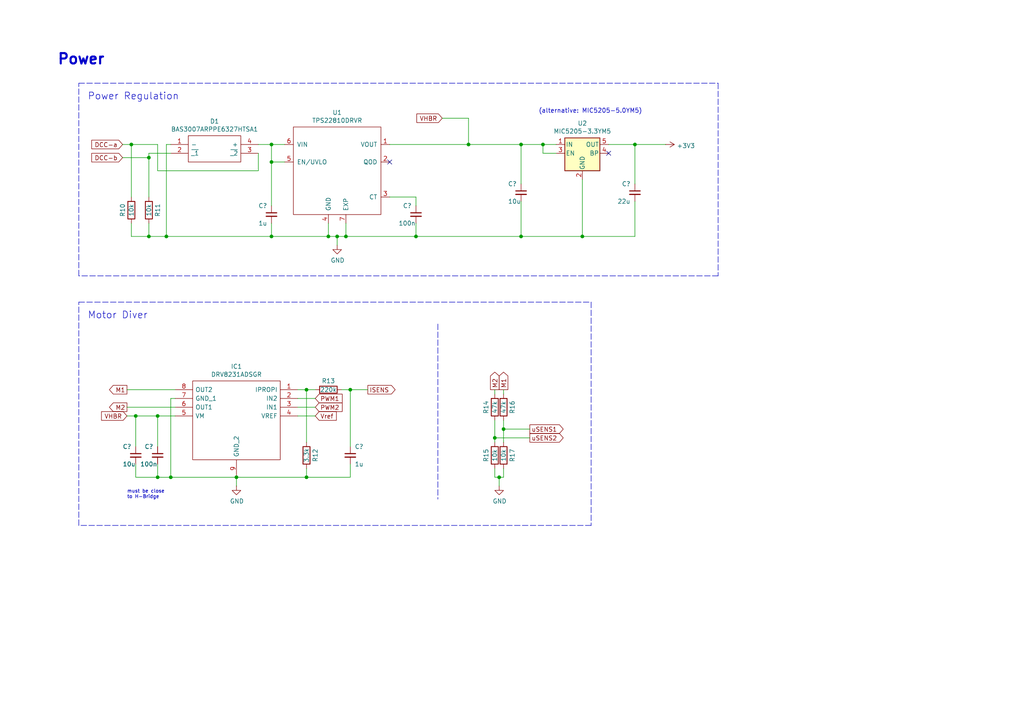
<source format=kicad_sch>
(kicad_sch (version 20250114) (generator "eeschema") (generator_version "9.0")
  (paper "A4")
  (title_block (title "RTB P26 Railcom/Motor IF") (date "2025-09-07") (rev "1") (company "Frank Schumacher") (comment 1 "Railcom sender & Motor driver") (comment 2 "P26.1"))
  (lib_symbols
    (symbol "Device:C_Small" (pin_numbers (hide yes)) (pin_names (offset 0.254) (hide yes))
      (property "Reference" "C" (at 0.254 1.778 0))
      (property "Value" "C_Small" (at 0.254 -2.032 0))
      (symbol "C_Small_0_1"
        (polyline (pts (xy -1.524 0.508) (xy 1.524 0.508)) (stroke (width 0.3048)))
        (polyline (pts (xy -1.524 -0.508) (xy 1.524 -0.508)) (stroke (width 0.3302)))
      )
      (symbol "C_Small_1_1"
        (pin passive line (at 0 2.54 270) (length 2.032) (name "~") (number "1"))
        (pin passive line (at 0 -2.54 90) (length 2.032) (name "~") (number "2"))
      )
    )
    (symbol "Device:R" (pin_numbers (hide yes)) (pin_names (offset 0))
      (property "Reference" "R" (at 2.032 0 90))
      (property "Value" "R" (at 0 0 90))
      (symbol "R_0_1"
        (rectangle (start -1.016 -2.54) (end 1.016 2.54) (stroke (width 0.254)))
      )
      (symbol "R_1_1"
        (pin passive line (at 0 3.81 270) (length 1.27) (name "~") (number "1"))
        (pin passive line (at 0 -3.81 90) (length 1.27) (name "~") (number "2"))
      )
    )
    (symbol "RTB:BAS3007ARPPE6327HTSA1" (pin_names (offset 0.762))
      (property "Reference" "D" (at 21.59 7.62 0))
      (property "Value" "BAS3007ARPPE6327HTSA1" (at 21.59 5.08 0))
      (symbol "BAS3007ARPPE6327HTSA1_0_0"
        (pin passive line (at 0 0 0) (length 5.08) (name "-") (number "1"))
        (pin passive line (at 0 -2.54 0) (length 5.08) (name "~{_1}") (number "2"))
        (pin passive line (at 25.4 0 180) (length 5.08) (name "+") (number "4"))
        (pin passive line (at 25.4 -2.54 180) (length 5.08) (name "~{_2}") (number "3"))
      )
      (symbol "BAS3007ARPPE6327HTSA1_0_1"
        (polyline (pts (xy 5.08 2.54) (xy 20.32 2.54) (xy 20.32 -5.08) (xy 5.08 -5.08) (xy 5.08 2.54)) (stroke (width 0.1524)))
      )
    )
    (symbol "RTB:DRV8231ADSGR" (pin_names (offset 0.762))
      (property "Reference" "IC" (at 31.75 7.62 0))
      (property "Value" "DRV8231ADSGR" (at 31.75 5.08 0))
      (symbol "DRV8231ADSGR_0_0"
        (pin passive line (at 0 0 0) (length 5.08) (name "IPROPI") (number "1"))
        (pin passive line (at 0 -2.54 0) (length 5.08) (name "IN2") (number "2"))
        (pin passive line (at 0 -5.08 0) (length 5.08) (name "IN1") (number "3"))
        (pin passive line (at 0 -7.62 0) (length 5.08) (name "VREF") (number "4"))
        (pin passive line (at 17.78 -25.4 90) (length 5.08) (name "GND_2") (number "9"))
        (pin passive line (at 35.56 0 180) (length 5.08) (name "OUT2") (number "8"))
        (pin passive line (at 35.56 -2.54 180) (length 5.08) (name "GND_1") (number "7"))
        (pin passive line (at 35.56 -5.08 180) (length 5.08) (name "OUT1") (number "6"))
        (pin passive line (at 35.56 -7.62 180) (length 5.08) (name "VM") (number "5"))
      )
      (symbol "DRV8231ADSGR_0_1"
        (polyline (pts (xy 5.08 2.54) (xy 30.48 2.54) (xy 30.48 -20.32) (xy 5.08 -20.32) (xy 5.08 2.54)) (stroke (width 0.1524)))
      )
    )
    (symbol "RTB:TPS22810DRVR" (pin_names (offset 1.016))
      (property "Reference" "U" (at 0 0 0))
      (property "Value" "TPS22810DRVR" (at 0 -2.54 0))
      (symbol "TPS22810DRVR_0_1"
        (rectangle (start -12.7 12.7) (end 12.7 -12.7))
      )
      (symbol "TPS22810DRVR_1_1"
        (pin input line (at -15.24 7.62 0) (length 2.54) (name "VIN") (number "6"))
        (pin input line (at -15.24 2.54 0) (length 2.54) (name "EN/UVLO") (number "5"))
        (pin passive line (at -2.54 -15.24 90) (length 2.54) (name "GND") (number "4"))
        (pin passive line (at 2.54 -15.24 90) (length 2.54) (name "EXP") (number "7"))
        (pin output line (at 15.24 7.62 180) (length 2.54) (name "VOUT") (number "1"))
        (pin output line (at 15.24 2.54 180) (length 2.54) (name "QOD") (number "2"))
        (pin output line (at 15.24 -7.62 180) (length 2.54) (name "CT") (number "3"))
      )
    )
    (symbol "Regulator_Linear:MIC5205-3.3YM5" (pin_names (offset 0.254))
      (property "Reference" "U" (at -3.81 5.715 0))
      (property "Value" "MIC5205-3.3YM5" (at 0 5.715 0))
      (symbol "MIC5205-3.3YM5_0_1"
        (rectangle (start -5.08 4.445) (end 5.08 -5.08) (stroke (width 0.254)) (fill (type background)))
      )
      (symbol "MIC5205-3.3YM5_1_1"
        (pin power_in line (at -7.62 2.54 0) (length 2.54) (name "IN") (number "1"))
        (pin input line (at -7.62 0 0) (length 2.54) (name "EN") (number "3"))
        (pin power_in line (at 0 -7.62 90) (length 2.54) (name "GND") (number "2"))
        (pin power_out line (at 7.62 2.54 180) (length 2.54) (name "OUT") (number "5"))
        (pin input line (at 7.62 0 180) (length 2.54) (name "BP") (number "4"))
      )
    )
    (symbol "power:+3V3" (power) (pin_numbers (hide yes)) (pin_names (offset 0) (hide yes))
      (property "Value" "+3V3" (at 0 3.556 0))
      (symbol "+3V3_0_1"
        (polyline (pts (xy -0.762 1.27) (xy 0 2.54)))
        (polyline (pts (xy 0 2.54) (xy 0.762 1.27)))
        (polyline (pts (xy 0 0) (xy 0 2.54)))
      )
      (symbol "+3V3_1_1"
        (pin power_in line (at 0 0 90) (length 0) (name "~") (number "1"))
      )
    )
    (symbol "power:GND" (power) (pin_numbers (hide yes)) (pin_names (offset 0) (hide yes))
      (property "Value" "GND" (at 0 -3.81 0))
      (symbol "GND_0_1"
        (polyline (pts (xy 0 0) (xy 0 -1.27) (xy 1.27 -1.27) (xy 0 -2.54) (xy -1.27 -1.27) (xy 0 -1.27)))
      )
      (symbol "GND_1_1"
        (pin power_in line (at 0 0 270) (length 0) (name "~") (number "1"))
      )
    )
  )
  (text "must be close\nto H-Bridge" (at 36.83 144.78 0) (effects (font (size 0.9906 0.9906)) (justify left bottom)))
  (text "Motor Diver" (at 25.4 92.71 0) (effects (font (size 2.0066 2.0066)) (justify left bottom)))
  (text "Power Regulation" (at 25.4 29.21 0) (effects (font (size 2.0066 2.0066)) (justify left bottom)))
  (text "Power" (at 16.51 19.05 0) (effects (font (size 2.9972 2.9972) (thickness 0.5994) (bold yes)) (justify left bottom)))
  (text "(alternative: MIC5205-5.0YM5)" (at 156.21 33.02 0) (effects (font (size 1.27 1.27)) (justify left bottom)))
  (junction (at 184.15 41.91))
  (junction (at 144.78 138.43))
  (junction (at 48.26 68.58))
  (junction (at 143.51 127))
  (junction (at 168.91 68.58))
  (junction (at 95.25 68.58))
  (junction (at 49.53 138.43))
  (junction (at 45.72 120.65))
  (junction (at 68.58 138.43))
  (junction (at 78.74 46.99))
  (junction (at 135.89 41.91))
  (junction (at 120.65 68.58))
  (junction (at 88.9 138.43))
  (junction (at 151.13 68.58))
  (junction (at 97.79 68.58))
  (junction (at 146.05 124.46))
  (junction (at 157.48 41.91))
  (junction (at 88.9 113.03))
  (junction (at 151.13 41.91))
  (junction (at 38.1 41.91))
  (junction (at 43.18 45.72))
  (junction (at 101.6 113.03))
  (junction (at 43.18 68.58))
  (junction (at 78.74 68.58))
  (junction (at 45.72 138.43))
  (junction (at 78.74 41.91))
  (junction (at 100.33 68.58))
  (junction (at 39.37 120.65))
  (no_connect (at 113.03 46.99))
  (no_connect (at 176.53 44.45))
  (wire (pts (xy 151.13 53.34) (xy 151.13 41.91)))
  (wire (pts (xy 86.36 113.03) (xy 88.9 113.03)))
  (wire (pts (xy 39.37 120.65) (xy 45.72 120.65)))
  (wire (pts (xy 176.53 41.91) (xy 184.15 41.91)))
  (wire (pts (xy 95.25 64.77) (xy 95.25 68.58)))
  (polyline (pts (xy 127 93.98) (xy 127 144.78)) (stroke (width 0) (type dash)))
  (wire (pts (xy 39.37 138.43) (xy 45.72 138.43)))
  (wire (pts (xy 101.6 138.43) (xy 88.9 138.43)))
  (wire (pts (xy 88.9 138.43) (xy 88.9 135.89)))
  (wire (pts (xy 74.93 41.91) (xy 78.74 41.91)))
  (wire (pts (xy 157.48 41.91) (xy 157.48 44.45)))
  (wire (pts (xy 74.93 44.45) (xy 74.93 49.53)))
  (wire (pts (xy 143.51 138.43) (xy 144.78 138.43)))
  (wire (pts (xy 38.1 64.77) (xy 38.1 68.58)))
  (wire (pts (xy 50.8 115.57) (xy 49.53 115.57)))
  (wire (pts (xy 146.05 124.46) (xy 146.05 128.27)))
  (wire (pts (xy 43.18 45.72) (xy 43.18 57.15)))
  (wire (pts (xy 36.83 120.65) (xy 39.37 120.65)))
  (wire (pts (xy 184.15 58.42) (xy 184.15 68.58)))
  (wire (pts (xy 144.78 138.43) (xy 144.78 140.97)))
  (wire (pts (xy 86.36 118.11) (xy 91.44 118.11)))
  (wire (pts (xy 49.53 138.43) (xy 68.58 138.43)))
  (polyline (pts (xy 208.28 24.13) (xy 208.28 80.01)) (stroke (width 0) (type dash)))
  (wire (pts (xy 100.33 68.58) (xy 100.33 64.77)))
  (wire (pts (xy 151.13 41.91) (xy 157.48 41.91)))
  (polyline (pts (xy 22.86 80.01) (xy 22.86 24.13)) (stroke (width 0) (type dash)))
  (wire (pts (xy 38.1 57.15) (xy 38.1 41.91)))
  (wire (pts (xy 146.05 114.3) (xy 146.05 113.03)))
  (wire (pts (xy 78.74 46.99) (xy 82.55 46.99)))
  (wire (pts (xy 39.37 129.54) (xy 39.37 120.65)))
  (polyline (pts (xy 171.45 87.63) (xy 171.45 152.4)) (stroke (width 0) (type dash)))
  (wire (pts (xy 184.15 41.91) (xy 184.15 53.34)))
  (polyline (pts (xy 22.86 152.4) (xy 22.86 87.63)) (stroke (width 0) (type dash)))
  (wire (pts (xy 146.05 121.92) (xy 146.05 124.46)))
  (wire (pts (xy 113.03 41.91) (xy 135.89 41.91)))
  (wire (pts (xy 113.03 57.15) (xy 120.65 57.15)))
  (wire (pts (xy 39.37 134.62) (xy 39.37 138.43)))
  (wire (pts (xy 45.72 134.62) (xy 45.72 138.43)))
  (wire (pts (xy 101.6 113.03) (xy 106.68 113.03)))
  (wire (pts (xy 101.6 129.54) (xy 101.6 113.03)))
  (wire (pts (xy 120.65 68.58) (xy 151.13 68.58)))
  (wire (pts (xy 43.18 64.77) (xy 43.18 68.58)))
  (wire (pts (xy 128.27 34.29) (xy 135.89 34.29)))
  (polyline (pts (xy 208.28 80.01) (xy 22.86 80.01)) (stroke (width 0) (type dash)))
  (wire (pts (xy 36.83 113.03) (xy 50.8 113.03)))
  (wire (pts (xy 86.36 115.57) (xy 91.44 115.57)))
  (wire (pts (xy 45.72 120.65) (xy 50.8 120.65)))
  (wire (pts (xy 168.91 68.58) (xy 184.15 68.58)))
  (wire (pts (xy 45.72 49.53) (xy 45.72 41.91)))
  (wire (pts (xy 135.89 41.91) (xy 151.13 41.91)))
  (wire (pts (xy 95.25 68.58) (xy 97.79 68.58)))
  (wire (pts (xy 184.15 41.91) (xy 193.04 41.91)))
  (wire (pts (xy 88.9 128.27) (xy 88.9 113.03)))
  (wire (pts (xy 99.06 113.03) (xy 101.6 113.03)))
  (wire (pts (xy 48.26 41.91) (xy 48.26 68.58)))
  (wire (pts (xy 168.91 52.07) (xy 168.91 68.58)))
  (wire (pts (xy 38.1 41.91) (xy 35.56 41.91)))
  (wire (pts (xy 157.48 41.91) (xy 161.29 41.91)))
  (wire (pts (xy 49.53 115.57) (xy 49.53 138.43)))
  (wire (pts (xy 78.74 41.91) (xy 82.55 41.91)))
  (wire (pts (xy 78.74 68.58) (xy 48.26 68.58)))
  (polyline (pts (xy 22.86 24.13) (xy 208.28 24.13)) (stroke (width 0) (type dash)))
  (wire (pts (xy 143.51 135.89) (xy 143.51 138.43)))
  (wire (pts (xy 43.18 45.72) (xy 43.18 44.45)))
  (wire (pts (xy 100.33 68.58) (xy 120.65 68.58)))
  (wire (pts (xy 49.53 41.91) (xy 48.26 41.91)))
  (wire (pts (xy 101.6 134.62) (xy 101.6 138.43)))
  (wire (pts (xy 97.79 68.58) (xy 100.33 68.58)))
  (wire (pts (xy 135.89 34.29) (xy 135.89 41.91)))
  (wire (pts (xy 143.51 127) (xy 143.51 128.27)))
  (wire (pts (xy 146.05 138.43) (xy 146.05 135.89)))
  (wire (pts (xy 43.18 44.45) (xy 49.53 44.45)))
  (wire (pts (xy 35.56 45.72) (xy 43.18 45.72)))
  (wire (pts (xy 88.9 113.03) (xy 91.44 113.03)))
  (wire (pts (xy 120.65 68.58) (xy 120.65 64.77)))
  (wire (pts (xy 143.51 114.3) (xy 143.51 113.03)))
  (polyline (pts (xy 171.45 152.4) (xy 22.86 152.4)) (stroke (width 0) (type dash)))
  (wire (pts (xy 97.79 68.58) (xy 97.79 71.12)))
  (wire (pts (xy 120.65 57.15) (xy 120.65 59.69)))
  (wire (pts (xy 143.51 127) (xy 153.67 127)))
  (wire (pts (xy 45.72 41.91) (xy 38.1 41.91)))
  (wire (pts (xy 78.74 59.69) (xy 78.74 46.99)))
  (polyline (pts (xy 22.86 87.63) (xy 171.45 87.63)) (stroke (width 0) (type dash)))
  (wire (pts (xy 48.26 68.58) (xy 43.18 68.58)))
  (wire (pts (xy 143.51 121.92) (xy 143.51 127)))
  (wire (pts (xy 78.74 68.58) (xy 95.25 68.58)))
  (wire (pts (xy 78.74 41.91) (xy 78.74 46.99)))
  (wire (pts (xy 157.48 44.45) (xy 161.29 44.45)))
  (wire (pts (xy 68.58 138.43) (xy 68.58 140.97)))
  (wire (pts (xy 45.72 138.43) (xy 49.53 138.43)))
  (wire (pts (xy 86.36 120.65) (xy 91.44 120.65)))
  (wire (pts (xy 151.13 68.58) (xy 168.91 68.58)))
  (wire (pts (xy 74.93 49.53) (xy 45.72 49.53)))
  (wire (pts (xy 144.78 138.43) (xy 146.05 138.43)))
  (wire (pts (xy 146.05 124.46) (xy 153.67 124.46)))
  (wire (pts (xy 45.72 129.54) (xy 45.72 120.65)))
  (wire (pts (xy 68.58 138.43) (xy 88.9 138.43)))
  (wire (pts (xy 38.1 68.58) (xy 43.18 68.58)))
  (wire (pts (xy 151.13 58.42) (xy 151.13 68.58)))
  (wire (pts (xy 36.83 118.11) (xy 50.8 118.11)))
  (wire (pts (xy 78.74 64.77) (xy 78.74 68.58)))
  (global_label "VHBR" (shape input) (at 36.83 120.65 180) (property "Intersheetrefs" "${INTERSHEET_REFS}" (effects (hide yes))))
  (global_label "M1" (shape output) (at 146.05 113.03 90) (property "Intersheetrefs" "${INTERSHEET_REFS}" (effects (hide yes))))
  (global_label "PWM1" (shape input) (at 91.44 115.57 0) (property "Intersheetrefs" "${INTERSHEET_REFS}" (effects (hide yes))))
  (global_label "Vref" (shape input) (at 91.44 120.65 0) (property "Intersheetrefs" "${INTERSHEET_REFS}" (effects (hide yes))))
  (global_label "M1" (shape output) (at 36.83 113.03 180) (property "Intersheetrefs" "${INTERSHEET_REFS}" (effects (hide yes))))
  (global_label "M2" (shape output) (at 36.83 118.11 180) (property "Intersheetrefs" "${INTERSHEET_REFS}" (effects (hide yes))))
  (global_label "DCC-a" (shape input) (at 35.56 41.91 180) (property "Intersheetrefs" "${INTERSHEET_REFS}" (effects (hide yes))))
  (global_label "M2" (shape output) (at 143.51 113.03 90) (property "Intersheetrefs" "${INTERSHEET_REFS}" (effects (hide yes))))
  (global_label "ISENS" (shape output) (at 106.68 113.03 0) (property "Intersheetrefs" "${INTERSHEET_REFS}" (effects (hide yes))))
  (global_label "PWM2" (shape input) (at 91.44 118.11 0) (property "Intersheetrefs" "${INTERSHEET_REFS}" (effects (hide yes))))
  (global_label "DCC-b" (shape input) (at 35.56 45.72 180) (property "Intersheetrefs" "${INTERSHEET_REFS}" (effects (hide yes))))
  (global_label "uSENS1" (shape output) (at 153.67 124.46 0) (property "Intersheetrefs" "${INTERSHEET_REFS}" (effects (hide yes))))
  (global_label "VHBR" (shape input) (at 128.27 34.29 180) (property "Intersheetrefs" "${INTERSHEET_REFS}" (effects (hide yes))))
  (global_label "uSENS2" (shape output) (at 153.67 127 0) (property "Intersheetrefs" "${INTERSHEET_REFS}" (effects (hide yes))))
  (symbol (lib_id "power:+3V3") (at 193.04 41.91 270) (unit 1)
    (property "Reference" "#PWR0104" (effects (hide yes)))
    (property "Value" "+3V3" (at 196.2912 42.291 90) (effects (justify left)))
  )
  (symbol (lib_id "Device:R") (at 143.51 118.11 180) (unit 1)
    (property "Reference" "R14" (at 140.97 118.11 90))
    (property "Value" "47k" (at 143.51 118.11 90))
    (property "Footprint" "Resistor_SMD:R_0603_1608Metric" (effects (hide yes)))
    (property "Description" "-55℃~+155℃ 100mW 47kΩ 75V Thick Film Resistor ±1% ±100ppm/℃ 0603 Chip Resistor - Surface Mount ROHS" (effects (hide yes)))
    (property "JLCPCB" "C25819" (effects (hide yes)))
  )
  (symbol (lib_id "Device:R") (at 146.05 118.11 180) (unit 1)
    (property "Reference" "R16" (at 148.59 118.11 90))
    (property "Value" "47k" (at 146.05 118.11 90))
    (property "Footprint" "Resistor_SMD:R_0603_1608Metric" (effects (hide yes)))
    (property "Description" "-55℃~+155℃ 100mW 47kΩ 75V Thick Film Resistor ±1% ±100ppm/℃ 0603 Chip Resistor - Surface Mount ROHS" (effects (hide yes)))
    (property "JLCPCB" "C25819" (effects (hide yes)))
  )
  (symbol (lib_id "Device:R") (at 143.51 132.08 180) (unit 1)
    (property "Reference" "R15" (at 140.97 132.08 90))
    (property "Value" "10k" (at 143.51 132.08 90))
    (property "Footprint" "Resistor_SMD:R_0603_1608Metric" (effects (hide yes)))
    (property "Description" "-55℃~+155℃ 100mW 10kΩ 75V Thick Film Resistor ±1% ±100ppm/℃ 0603 Chip Resistor - Surface Mount ROHS" (effects (hide yes)))
    (property "JLCPCB" "C25804" (effects (hide yes)))
  )
  (symbol (lib_id "Device:R") (at 146.05 132.08 180) (unit 1)
    (property "Reference" "R17" (at 148.59 132.08 90))
    (property "Value" "10k" (at 146.05 132.08 90))
    (property "Footprint" "Resistor_SMD:R_0603_1608Metric" (effects (hide yes)))
    (property "Description" "-55℃~+155℃ 100mW 10kΩ 75V Thick Film Resistor ±1% ±100ppm/℃ 0603 Chip Resistor - Surface Mount ROHS" (effects (hide yes)))
    (property "JLCPCB" "C25804" (effects (hide yes)))
  )
  (symbol (lib_id "power:GND") (at 144.78 140.97 0) (unit 1)
    (property "Reference" "#PWR0107" (effects (hide yes)))
    (property "Value" "GND" (at 144.907 145.3642 0))
    (instances (project "" (path "" (reference "#PWR?") (unit 1)) (path "" (reference "#PWR0107") (unit 1))))
  )
  (symbol (lib_id "Device:C_Small") (at 151.13 55.88 0) (unit 1)
    (property "Reference" "C7" (at 147.32 53.34 0) (effects (justify left)))
    (property "Value" "10u" (at 147.32 58.42 0) (effects (justify left)))
    (property "Footprint" "Capacitor_SMD:C_0603_1608Metric" (effects (hide yes)))
    (property "Description" "10uF 25V X5R ±20% 0603 Multilayer Ceramic Capacitors MLCC - SMD/SMT ROHS" (effects (hide yes)))
    (property "JLCPCB" "C96446" (effects (hide yes)))
    (instances (project "" (path "" (reference "C?") (unit 1)) (path "" (reference "C7") (unit 1))))
  )
  (symbol (lib_id "RTB:TPS22810DRVR") (at 97.79 49.53 0) (unit 1)
    (property "Reference" "U1" (at 97.79 32.639 0))
    (property "Value" "TPS22810DRVR" (at 97.79 34.9504 0))
    (property "Footprint" "Package_DFN_QFN:DFN-6-1EP_2x2mm_P0.65mm_EP1x1.6mm" (effects (hide yes)))
    (property "Description" "-40℃~+105℃ 1 2.7V~18V 3A 79mΩ Active High Load Switch Undervoltage Protection(UVP) WSON-6-EP(2x2) Power Distribution Switches ROHS" (effects (hide yes)))
    (property "JLCPCB" "C527679" (effects (hide yes)))
  )
  (symbol (lib_id "power:GND") (at 97.79 71.12 0) (unit 1)
    (property "Reference" "#PWR0106" (effects (hide yes)))
    (property "Value" "GND" (at 97.917 75.5142 0))
    (instances (project "" (path "" (reference "#PWR?") (unit 1)) (path "" (reference "#PWR0106") (unit 1))))
  )
  (symbol (lib_id "Device:R") (at 43.18 60.96 180) (unit 1)
    (property "Reference" "R11" (at 45.72 60.96 90))
    (property "Value" "10k" (at 43.18 60.96 90))
    (property "Footprint" "Resistor_SMD:R_0603_1608Metric" (effects (hide yes)))
    (property "Description" "-55℃~+155℃ 100mW 10kΩ 75V Thick Film Resistor ±1% ±100ppm/℃ 0603 Chip Resistor - Surface Mount ROHS" (effects (hide yes)))
    (property "JLCPCB" "C25804" (effects (hide yes)))
  )
  (symbol (lib_id "Device:R") (at 38.1 60.96 180) (unit 1)
    (property "Reference" "R10" (at 35.56 60.96 90))
    (property "Value" "10k" (at 38.1 60.96 90))
    (property "Footprint" "Resistor_SMD:R_0603_1608Metric" (effects (hide yes)))
    (property "Description" "-55℃~+155℃ 100mW 10kΩ 75V Thick Film Resistor ±1% ±100ppm/℃ 0603 Chip Resistor - Surface Mount ROHS" (effects (hide yes)))
    (property "JLCPCB" "C25804" (effects (hide yes)))
  )
  (symbol (lib_id "power:GND") (at 68.58 140.97 0) (unit 1)
    (property "Reference" "#PWR0116" (effects (hide yes)))
    (property "Value" "GND" (at 68.707 145.3642 0))
    (instances (project "" (path "" (reference "#PWR?") (unit 1)) (path "" (reference "#PWR0116") (unit 1))))
  )
  (symbol (lib_id "Device:C_Small") (at 120.65 62.23 0) (unit 1)
    (property "Reference" "C2" (at 116.84 59.69 0) (effects (justify left)))
    (property "Value" "100n" (at 115.57 64.77 0) (effects (justify left)))
    (property "Footprint" "Capacitor_SMD:C_0603_1608Metric" (effects (hide yes)))
    (property "Description" "100nF 50V X7R ±10% 0603 Multilayer Ceramic Capacitors MLCC - SMD/SMT ROHS" (effects (hide yes)))
    (property "JLCPCB" "C14663" (effects (hide yes)))
    (instances (project "" (path "" (reference "C?") (unit 1)) (path "" (reference "C2") (unit 1))))
  )
  (symbol (lib_id "Device:C_Small") (at 78.74 62.23 0) (unit 1)
    (property "Reference" "C5" (at 74.93 59.69 0) (effects (justify left)))
    (property "Value" "1u" (at 74.93 64.77 0) (effects (justify left)))
    (property "Footprint" "Capacitor_SMD:C_0603_1608Metric" (effects (hide yes)))
    (property "Description" "1uF 50V X5R ±10% 0603 Multilayer Ceramic Capacitors MLCC - SMD/SMT ROHS" (effects (hide yes)))
    (property "JLCPCB" "C15849" (effects (hide yes)))
    (instances (project "" (path "" (reference "C?") (unit 1)) (path "" (reference "C5") (unit 1))))
  )
  (symbol (lib_id "Device:C_Small") (at 184.15 55.88 0) (unit 1)
    (property "Reference" "C3" (at 180.34 53.34 0) (effects (justify left)))
    (property "Value" "22u" (at 179.07 58.42 0) (effects (justify left)))
    (property "Footprint" "Capacitor_SMD:C_0603_1608Metric" (effects (hide yes)))
    (property "Description" "22uF 6.3V X5R ±20% 0603 Multilayer Ceramic Capacitors MLCC - SMD/SMT ROHS" (effects (hide yes)))
    (property "JLCPCB" "C59461" (effects (hide yes)))
    (instances (project "" (path "" (reference "C?") (unit 1)) (path "" (reference "C3") (unit 1))))
  )
  (symbol (lib_id "RTB:DRV8231ADSGR") (at 86.36 113.03 0) (mirror y) (unit 1)
    (property "Reference" "IC1" (at 68.58 106.299 0))
    (property "Value" "DRV8231ADSGR" (at 68.58 108.6104 0))
    (property "Footprint" "SON50P200X200X80-9N" (effects (hide yes)))
    (property "Datasheet" "https://www.ti.com/lit/ds/symlink/drv8231a.pdf?ts=1648534030931&ref_url=https%253A%252F%252Fwww.ti.com%252Fproduct%252FDRV8231A%253FkeyMatch%253DDRV8231ADSGR%2526tisearch%253Dsearch-everything%2526usecase%253DOPN" (effects (hide yes)))
    (property "Description" "DRV8231: 4.5-V to 33-V, 600-m, shunt" (effects (hide yes)))
    (property "JLCPCB" "C5139865" (effects (hide yes)))
    (property "Mouser" "595-DRV8231ADSGR" (effects (hide yes)))
  )
  (symbol (lib_id "RTB:BAS3007ARPPE6327HTSA1") (at 49.53 41.91 0) (unit 1)
    (property "Reference" "D1" (at 62.23 35.179 0))
    (property "Value" "BAS3007ARPPE6327HTSA1" (at 62.23 37.4904 0))
    (property "Footprint" "BF998215" (effects (hide yes)))
    (property "Datasheet" "https://www.mouser.co.uk/datasheet/2/196/Infineon-BAS3007ASERIES-DS-v01_01-en-1225497.pdf" (effects (hide yes)))
    (property "Description" "30V 350uA@30V 5A 600mV@700mA 900mA SOT-143 Schottky Diodes ROHS" (effects (hide yes)))
    (property "JLCPCB" "C6430958" (effects (hide yes)))
    (property "Mouser" "726-BAS3007A-RPPE6" (effects (hide yes)))
  )
  (symbol (lib_id "Device:R") (at 95.25 113.03 90) (unit 1)
    (property "Reference" "R13" (at 95.25 110.49 90))
    (property "Value" "220k" (at 95.25 113.03 90))
    (property "Footprint" "Resistor_SMD:R_0603_1608Metric" (effects (hide yes)))
    (property "Description" "-55℃~+155℃ 100mW 220kΩ 75V Thick Film Resistor ±1% ±100ppm/℃ 0603 Chip Resistor - Surface Mount ROHS" (effects (hide yes)))
    (property "JLCPCB" "C22961" (effects (hide yes)))
  )
  (symbol (lib_id "Device:C_Small") (at 101.6 132.08 0) (unit 1)
    (property "Reference" "C6" (at 102.87 129.54 0) (effects (justify left)))
    (property "Value" "1u" (at 102.87 134.62 0) (effects (justify left)))
    (property "Footprint" "Capacitor_SMD:C_0603_1608Metric" (effects (hide yes)))
    (property "Description" "1uF 50V X5R ±10% 0603 Multilayer Ceramic Capacitors MLCC - SMD/SMT ROHS" (effects (hide yes)))
    (property "JLCPCB" "C15849" (effects (hide yes)))
    (instances (project "" (path "" (reference "C?") (unit 1)) (path "" (reference "C6") (unit 1))))
  )
  (symbol (lib_id "Device:C_Small") (at 45.72 132.08 0) (unit 1)
    (property "Reference" "C4" (at 41.91 129.54 0) (effects (justify left)))
    (property "Value" "100n" (at 40.64 134.62 0) (effects (justify left)))
    (property "Footprint" "Capacitor_SMD:C_0603_1608Metric" (effects (hide yes)))
    (property "Description" "100nF 50V X7R ±10% 0603 Multilayer Ceramic Capacitors MLCC - SMD/SMT ROHS" (effects (hide yes)))
    (property "JLCPCB" "C14663" (effects (hide yes)))
    (instances (project "" (path "" (reference "C?") (unit 1)) (path "" (reference "C4") (unit 1))))
  )
  (symbol (lib_id "Device:R") (at 88.9 132.08 180) (unit 1)
    (property "Reference" "R12" (at 91.44 132.08 90))
    (property "Value" "3.3k" (at 88.9 132.08 90))
    (property "Footprint" "Resistor_SMD:R_0603_1608Metric" (effects (hide yes)))
    (property "Description" "-55℃~+155℃ 100mW 3.3kΩ 75V Thick Film Resistor ±1% ±100ppm/℃ 0603 Chip Resistor - Surface Mount ROHS" (effects (hide yes)))
    (property "JLCPCB" "C22978" (effects (hide yes)))
  )
  (symbol (lib_id "Device:C_Small") (at 39.37 132.08 0) (unit 1)
    (property "Reference" "C1" (at 35.56 129.54 0) (effects (justify left)))
    (property "Value" "10u" (at 35.56 134.62 0) (effects (justify left)))
    (property "Footprint" "Capacitor_SMD:C_0603_1608Metric" (effects (hide yes)))
    (property "Description" "10uF 25V X5R ±20% 0603 Multilayer Ceramic Capacitors MLCC - SMD/SMT ROHS" (effects (hide yes)))
    (property "JLCPCB" "C96446" (effects (hide yes)))
    (instances (project "" (path "" (reference "C?") (unit 1)) (path "" (reference "C1") (unit 1))))
  )
  (symbol (lib_id "Regulator_Linear:MIC5205-3.3YM5") (at 168.91 44.45 0) (unit 1)
    (property "Reference" "U2" (at 168.91 35.7632 0))
    (property "Value" "MIC5205-3.3YM5" (at 168.91 38.0746 0))
    (property "Footprint" "Package_TO_SOT_SMD:SOT-23-5" (effects (hide yes)))
    (property "Datasheet" "http://ww1.microchip.com/downloads/en/DeviceDoc/20005785A.pdf" (effects (hide yes)))
    (property "Description" "-40℃~+125℃@(Tj) 1 150mA 16V 3.3V 350mV@(150mA) 600uA 75dB@(100Hz) Fixed Over Current Protection Positive SOT-23-5 Voltage Regulators - Linear, Low Drop Out (LDO) Regulators ROHS" (effects (hide yes)))
    (property "JLCPCB" "C37970" (effects (hide yes)))
  )
)
</source>
